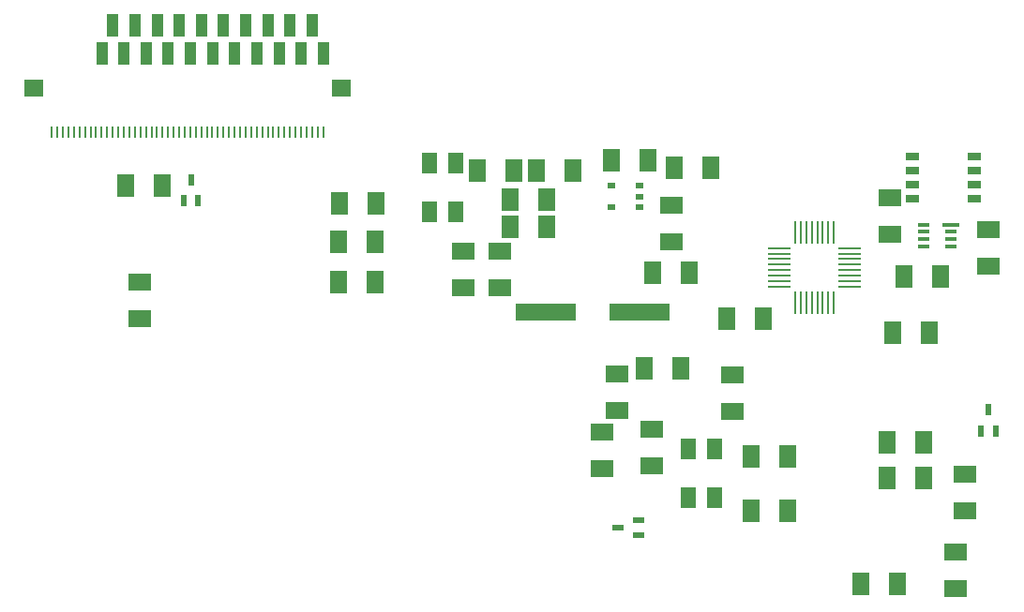
<source format=gtp>
G04 (created by PCBNEW (2013-may-18)-stable) date Sat Feb 17 15:52:48 2018*
%MOIN*%
G04 Gerber Fmt 3.4, Leading zero omitted, Abs format*
%FSLAX34Y34*%
G01*
G70*
G90*
G04 APERTURE LIST*
%ADD10C,0.00590551*%
%ADD11R,0.216535X0.0590551*%
%ADD12R,0.0551181X0.0748031*%
%ADD13R,0.0236X0.0394*%
%ADD14R,0.0394X0.0236*%
%ADD15R,0.03X0.02*%
%ADD16R,0.05X0.025*%
%ADD17R,0.06X0.08*%
%ADD18R,0.08X0.06*%
%ADD19R,0.0590551X0.0137795*%
%ADD20R,0.0393701X0.0137795*%
%ADD21R,0.01X0.0787402*%
%ADD22R,0.0787402X0.01*%
%ADD23R,0.00903543X0.0424331*%
%ADD24R,0.00982283X0.0432205*%
%ADD25R,0.00984252X0.0433071*%
%ADD26R,0.0669291X0.0590551*%
%ADD27R,0.0393701X0.0787402*%
G04 APERTURE END LIST*
G54D10*
G54D11*
X90610Y-53011D03*
X93956Y-53011D03*
G54D12*
X96633Y-59625D03*
X96633Y-57893D03*
X95688Y-57893D03*
X95688Y-59625D03*
X86476Y-47736D03*
X86476Y-49468D03*
X87421Y-49468D03*
X87421Y-47736D03*
G54D13*
X106614Y-57244D03*
X106102Y-57244D03*
X106358Y-56496D03*
X78267Y-49074D03*
X77755Y-49074D03*
X78011Y-48326D03*
G54D14*
X93936Y-60432D03*
X93936Y-60944D03*
X93188Y-60688D03*
G54D15*
X93944Y-49292D03*
X93944Y-48542D03*
X92944Y-49292D03*
X93944Y-48917D03*
X92944Y-48542D03*
G54D16*
X105844Y-48998D03*
X105844Y-48498D03*
X105844Y-47998D03*
X105844Y-47498D03*
X103644Y-47498D03*
X103644Y-47998D03*
X103644Y-48498D03*
X103644Y-48998D03*
G54D17*
X75688Y-48523D03*
X76988Y-48523D03*
G54D18*
X105177Y-61574D03*
X105177Y-62874D03*
X105531Y-58779D03*
X105531Y-60079D03*
X102854Y-48975D03*
X102854Y-50275D03*
X94389Y-58504D03*
X94389Y-57204D03*
X106358Y-51378D03*
X106358Y-50078D03*
G54D17*
X94133Y-55019D03*
X95433Y-55019D03*
X84567Y-50531D03*
X83267Y-50531D03*
G54D18*
X87696Y-50865D03*
X87696Y-52165D03*
G54D17*
X84567Y-51948D03*
X83267Y-51948D03*
G54D18*
X88996Y-50865D03*
X88996Y-52165D03*
G54D17*
X104055Y-58917D03*
X102755Y-58917D03*
X103110Y-62696D03*
X101810Y-62696D03*
X97912Y-58169D03*
X99212Y-58169D03*
X97912Y-60098D03*
X99212Y-60098D03*
X83306Y-49153D03*
X84606Y-49153D03*
X104055Y-57657D03*
X102755Y-57657D03*
G54D18*
X95098Y-50512D03*
X95098Y-49212D03*
G54D17*
X95709Y-51633D03*
X94409Y-51633D03*
G54D19*
X105039Y-49911D03*
G54D20*
X105039Y-50167D03*
X105039Y-50423D03*
X105039Y-50679D03*
X104055Y-50679D03*
X104055Y-50423D03*
X104055Y-50167D03*
X104055Y-49911D03*
G54D21*
X99685Y-50197D03*
X99882Y-50197D03*
X100079Y-50197D03*
X99488Y-50197D03*
G54D22*
X98937Y-50748D03*
X98937Y-50945D03*
X98937Y-51142D03*
X98937Y-51339D03*
X98937Y-51535D03*
X98937Y-51732D03*
X98937Y-51929D03*
X98937Y-52125D03*
G54D21*
X100866Y-52677D03*
X99488Y-52677D03*
X99685Y-52677D03*
X99882Y-52677D03*
X100079Y-52677D03*
X100275Y-52677D03*
X100472Y-52677D03*
X100669Y-52677D03*
G54D22*
X101417Y-52125D03*
X101417Y-51929D03*
X101417Y-51732D03*
X101417Y-51535D03*
X101417Y-51339D03*
X101417Y-51142D03*
X101417Y-50945D03*
X101417Y-50748D03*
G54D21*
X100866Y-50197D03*
X100669Y-50197D03*
X100472Y-50197D03*
X100275Y-50197D03*
G54D23*
X73065Y-46614D03*
X73262Y-46614D03*
X73458Y-46614D03*
G54D24*
X73655Y-46614D03*
G54D25*
X73852Y-46614D03*
X74049Y-46614D03*
X74246Y-46614D03*
X74443Y-46614D03*
X74640Y-46614D03*
X74836Y-46614D03*
X75033Y-46614D03*
X75230Y-46614D03*
X75427Y-46614D03*
X75624Y-46614D03*
X75821Y-46614D03*
X76017Y-46614D03*
X76214Y-46614D03*
X76411Y-46614D03*
X76608Y-46614D03*
X76805Y-46614D03*
X77002Y-46614D03*
X77199Y-46614D03*
X77395Y-46614D03*
X77592Y-46614D03*
X77789Y-46614D03*
X77986Y-46614D03*
X78183Y-46614D03*
X78380Y-46614D03*
X78577Y-46614D03*
X78773Y-46614D03*
G54D26*
X72425Y-45074D03*
X83362Y-45074D03*
G54D25*
X78970Y-46614D03*
X79167Y-46614D03*
X79364Y-46614D03*
X79561Y-46614D03*
X79758Y-46614D03*
X79954Y-46614D03*
X80151Y-46614D03*
X80348Y-46614D03*
X80545Y-46614D03*
X80742Y-46614D03*
X80939Y-46614D03*
X81136Y-46614D03*
X81332Y-46614D03*
X81529Y-46614D03*
X81726Y-46614D03*
X81923Y-46614D03*
X82120Y-46614D03*
X82317Y-46614D03*
X82514Y-46614D03*
X82710Y-46614D03*
G54D18*
X92637Y-57302D03*
X92637Y-58602D03*
X76181Y-53268D03*
X76181Y-51968D03*
G54D17*
X104252Y-53759D03*
X102952Y-53759D03*
X104665Y-51771D03*
X103365Y-51771D03*
X88188Y-47992D03*
X89488Y-47992D03*
X91594Y-47992D03*
X90294Y-47992D03*
X92952Y-47618D03*
X94252Y-47618D03*
X90650Y-49980D03*
X89350Y-49980D03*
X90650Y-49035D03*
X89350Y-49035D03*
G54D18*
X93169Y-55216D03*
X93169Y-56516D03*
G54D17*
X95176Y-47893D03*
X96476Y-47893D03*
G54D18*
X97244Y-56555D03*
X97244Y-55255D03*
G54D17*
X98346Y-53248D03*
X97046Y-53248D03*
G54D27*
X74842Y-43818D03*
X75236Y-42834D03*
X75629Y-43818D03*
X76023Y-42834D03*
X76417Y-43818D03*
X76811Y-42834D03*
X77204Y-43818D03*
X77598Y-42834D03*
X77992Y-43818D03*
X78385Y-42834D03*
X78779Y-43818D03*
X79173Y-42834D03*
X79566Y-43818D03*
X79960Y-42834D03*
X80354Y-43818D03*
X80748Y-42834D03*
X81141Y-43818D03*
X81535Y-42834D03*
X81929Y-43818D03*
X82322Y-42834D03*
X82716Y-43818D03*
M02*

</source>
